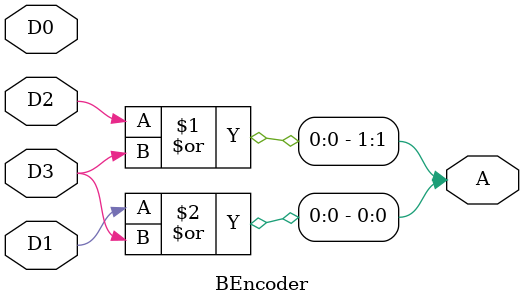
<source format=sv>

module main(clk, rst, SysEN, PM, MM, SM, HM, TL, TC, TR, V, HL, SPO);
  
  input clk, rst;
  input SysEN, PM, MM, SM, HM, TL, TC, TR; //System Enable, Play, Music, Speaker, and House modes, Left, Center, and Right sensors
  output V, HL; //Visualization and House Light outputs
  output [2:0] SPO; //3 bit output for spotlight control SPO[2] is On/Off, while SPO[1-0] are for position
  
  //Enable used in fsm1 (Allows for all switch inputs to be zero and will transition into alloff/transition mode)
  wire T1, EN;
  or (T1, PM, MM, SM, HM);
  and (EN, SysEN, T1);
  
  //Notted Sensor terms since they are active low
  wire nTL, nTC, nTR;
  not (nTL, TL);
  not (nTC, TC);
  not (nTR, TR);
  
  //Binary encoding for the mode switches
  wire [1:0] M;
  BEncoder be1(PM, MM, SM, HM, M); //00 = PM, 01 = MM, 10 = SM, 11 = HM
  
  //Binary encoding for the sensors
  wire [1:0] SPS;
  BEncoder be2(nTL, nTC, 1'b0, nTR, SPS); //00 = Right, 01 = Center, 10 = Unsused, 11 = Right
  
  //FSM Instantiations
  
  //Master module 
  wire SEN;
  fsm1 mfsm(clk, rst, EN, M, V, HL, SEN);
  
  //Spotlight control module 
  fsm2 sfsm(clk, rst, SEN, SPS, SPO[1:0]);
  
  //Assigning SEN to SPO[2]
  buf (SPO[2], SEN);
  
endmodule

//FSM Modules

//Module for FSM1 (The master fsm)
module fsm1(clk, rst, EN, M, V, HL, SEN);
  
  input clk, rst;
  input EN;
  input [1:0] M;
  output V, HL, SEN;
  
  wire [2:0]  Q;
  wire [2:0] QS; //Q*
  
  //Nots
  wire nQ2, nQ1, nQ0, nM1, nM0;
  not (nQ2, Q[2]);
  not (nQ1, Q[1]);
  not (nQ0, Q[0]);
  not (nM1, M[1]);
  not (nM0, M[0]);
  
  //Next State Logic
  
  //Q2*
  and (QS[2], EN, nQ1, nQ0, M[1], M[0]);
  
  //Q1*
  wire T1, T2, T3;
  and (T1, EN, nQ2, nQ0, nM1, M[0]);
  and (T2, EN, nQ2, nQ1, nQ0, M[1], nM0);
  and (T3, EN, nQ2, Q[1], Q[0], M[1], nM0);
  or (QS[1], T1, T2, T3);
  
  //Q0*
  wire T4, T5, T6;
  and (T4, EN, nQ2, nQ1, nQ0, nM0);
  and (T5, EN, nQ2, nQ1, nM1, nM0);
  and (T6, EN, nQ2, Q[1], Q[0], M[1], nM0);
  or (QS[0], T4, T5, T6);
  
  //Output Logic
  
  //Visuals
  wire T7, T8;
  and (T7, nQ1, Q[0]);
  and (T8, Q[1], nQ0);
  or (V, T7, T8);
  
  //House Lights
  buf (HL, Q[2]);
  
  //Spotlight Enable
  buf (SEN, Q[0]);
  
  //dffs
  dff ff2(clk, rst, QS[2], Q[2]);
  dff ff1(clk, rst, QS[1], Q[1]);
  dff ff0(clk, rst, QS[0], Q[0]);
  
endmodule

//Module for fsm2 (spotlight control)
module fsm2(clk, rst, SEN, SPS, SL);
  
  input clk, rst;
  input SEN; //Spotlight Enable
  input [1:0] SPS; //Sensor input
  output [1:0] SL; //Position Control
  
  wire [1:0] Q;
  wire [1:0] QS;
  
  //Nots
  wire nSEN;
  not (nSEN, SEN);
  
  //Next State Equations 
  
  //Q1*
  and (QS[1], Q[0], SEN, SPS[1], SPS[0]);
  
  //Q0*
  or (QS[0], Q[1], nSEN, SPS[1], SPS[0]);
  
  //Output Equations
  
  //SL[1]
  buf (SL[1], Q[1]);
  
  //SL[0]
  buf (SL[0], Q[0]);
  
  //dffs
  dff ff1(clk, rst, QS[1], Q[1]);
  dff1 ff0(clk, rst, QS[0], Q[0]); //Reset has to change this bit to 1 so dff1 is used
  
endmodule

//Utility modules

//Module for dff that resets to 0
module dff(clk, rst, D, Q);
  //Inputs/Outputs
  input clk, rst, D;
  output Q; reg Q;
  
  always@(posedge clk or posedge rst)
    begin
      if (rst)
        Q <= 1'b0;
      else
        Q <= D;
    end
  
endmodule 

//Module for dff that resets to 1
module dff1(clk, rst, D, Q);
  //Inputs/Outputs
  input clk, rst, D;
  output Q; reg Q;
  
  always@(posedge clk or posedge rst)
    begin
      if (rst)
        Q <= 1'b1;
      else
        Q <= D;
    end
  
endmodule 

//Module for the binary encoder
module BEncoder(D0, D1, D2, D3, A);
  
  input D0, D1, D2, D3; //Inputted mutually exclusive values
  output [1:0] A; //Output encoded value
  
  or (A[1], D2, D3);
  or (A[0], D1, D3);
  
endmodule

</source>
